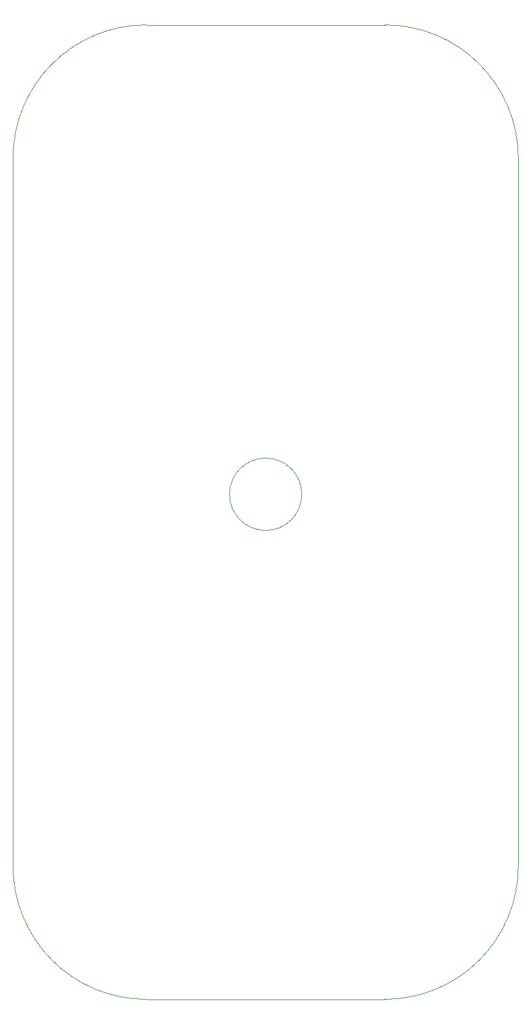
<source format=gbr>
G04 #@! TF.GenerationSoftware,KiCad,Pcbnew,(6.0.0)*
G04 #@! TF.CreationDate,2022-01-02T21:04:18+02:00*
G04 #@! TF.ProjectId,inkkeys,696e6b6b-6579-4732-9e6b-696361645f70,rev?*
G04 #@! TF.SameCoordinates,Original*
G04 #@! TF.FileFunction,Profile,NP*
%FSLAX46Y46*%
G04 Gerber Fmt 4.6, Leading zero omitted, Abs format (unit mm)*
G04 Created by KiCad (PCBNEW (6.0.0)) date 2022-01-02 21:04:18*
%MOMM*%
%LPD*%
G01*
G04 APERTURE LIST*
G04 #@! TA.AperFunction,Profile*
%ADD10C,0.100000*%
G04 #@! TD*
G04 APERTURE END LIST*
D10*
X125095000Y-53975000D02*
G75*
G03*
X106680000Y-35560000I-18415000J0D01*
G01*
X73660000Y-35560000D02*
G75*
G03*
X55245000Y-53975000I0J-18415000D01*
G01*
X55245000Y-151765000D02*
G75*
G03*
X73660000Y-170180000I18415000J0D01*
G01*
X106680000Y-170180000D02*
G75*
G03*
X125095000Y-151765000I0J18415000D01*
G01*
X73660000Y-170180000D02*
X106680000Y-170180000D01*
X125095000Y-53975000D02*
X125095000Y-151765000D01*
X73660000Y-35560000D02*
X106680000Y-35560000D01*
X55245000Y-53975000D02*
X55245000Y-151765000D01*
X95170000Y-100410000D02*
G75*
G03*
X95170000Y-100410000I-5000000J0D01*
G01*
M02*

</source>
